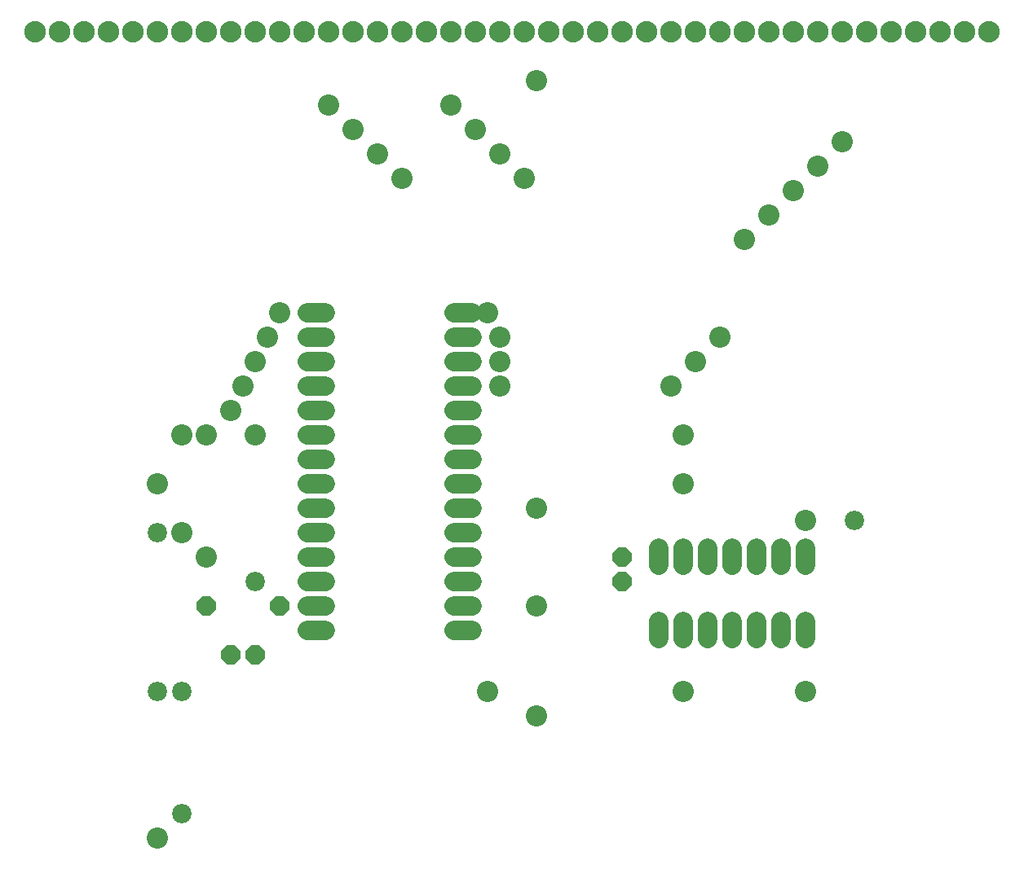
<source format=gbr>
G04 EAGLE Gerber RS-274X export*
G75*
%MOMM*%
%FSLAX34Y34*%
%LPD*%
%INSoldermask Bottom*%
%IPPOS*%
%AMOC8*
5,1,8,0,0,1.08239X$1,22.5*%
G01*
%ADD10P,2.199416X8X292.500000*%
%ADD11P,2.199416X8X22.500000*%
%ADD12C,2.032000*%
%ADD13C,2.235200*%
%ADD14C,2.203200*%
%ADD15C,2.019200*%


D10*
X635000Y330200D03*
X635000Y304800D03*
D11*
X228600Y228600D03*
X254000Y228600D03*
D12*
X460756Y254000D02*
X479044Y254000D01*
X479044Y279400D02*
X460756Y279400D01*
X460756Y304800D02*
X479044Y304800D01*
X479044Y330200D02*
X460756Y330200D01*
X460756Y355600D02*
X479044Y355600D01*
X479044Y381000D02*
X460756Y381000D01*
X460756Y406400D02*
X479044Y406400D01*
X479044Y431800D02*
X460756Y431800D01*
X460756Y457200D02*
X479044Y457200D01*
X479044Y482600D02*
X460756Y482600D01*
X460756Y508000D02*
X479044Y508000D01*
X479044Y533400D02*
X460756Y533400D01*
X460756Y558800D02*
X479044Y558800D01*
X479044Y584200D02*
X460756Y584200D01*
X326644Y584200D02*
X308356Y584200D01*
X308356Y558800D02*
X326644Y558800D01*
X326644Y533400D02*
X308356Y533400D01*
X308356Y508000D02*
X326644Y508000D01*
X326644Y482600D02*
X308356Y482600D01*
X308356Y457200D02*
X326644Y457200D01*
X326644Y431800D02*
X308356Y431800D01*
X308356Y406400D02*
X326644Y406400D01*
X326644Y381000D02*
X308356Y381000D01*
X308356Y355600D02*
X326644Y355600D01*
X326644Y330200D02*
X308356Y330200D01*
X308356Y304800D02*
X326644Y304800D01*
X326644Y279400D02*
X308356Y279400D01*
X308356Y254000D02*
X326644Y254000D01*
X673100Y244856D02*
X673100Y263144D01*
X698500Y263144D02*
X698500Y244856D01*
X825500Y244856D02*
X825500Y263144D01*
X825500Y321056D02*
X825500Y339344D01*
X723900Y263144D02*
X723900Y244856D01*
X749300Y244856D02*
X749300Y263144D01*
X800100Y263144D02*
X800100Y244856D01*
X774700Y244856D02*
X774700Y263144D01*
X800100Y321056D02*
X800100Y339344D01*
X774700Y339344D02*
X774700Y321056D01*
X749300Y321056D02*
X749300Y339344D01*
X723900Y339344D02*
X723900Y321056D01*
X698500Y321056D02*
X698500Y339344D01*
X673100Y339344D02*
X673100Y321056D01*
D13*
X25400Y876300D03*
X50800Y876300D03*
X76200Y876300D03*
X101600Y876300D03*
X127000Y876300D03*
X152400Y876300D03*
X177800Y876300D03*
X203200Y876300D03*
X228600Y876300D03*
X254000Y876300D03*
X279400Y876300D03*
X304800Y876300D03*
X330200Y876300D03*
X355600Y876300D03*
X381000Y876300D03*
X406400Y876300D03*
X431800Y876300D03*
X457200Y876300D03*
X482600Y876300D03*
X508000Y876300D03*
X533400Y876300D03*
X558800Y876300D03*
X584200Y876300D03*
X609600Y876300D03*
X635000Y876300D03*
X660400Y876300D03*
X685800Y876300D03*
X711200Y876300D03*
X736600Y876300D03*
X762000Y876300D03*
X787400Y876300D03*
X812800Y876300D03*
X838200Y876300D03*
X863600Y876300D03*
X889000Y876300D03*
X914400Y876300D03*
X939800Y876300D03*
X965200Y876300D03*
X990600Y876300D03*
X1016000Y876300D03*
D11*
X203200Y279400D03*
X279400Y279400D03*
D14*
X698500Y190500D03*
X825500Y190500D03*
X495300Y190500D03*
X495300Y584200D03*
X546100Y825500D03*
X546100Y381000D03*
X546100Y165100D03*
X546100Y279400D03*
X177800Y457200D03*
X177800Y355600D03*
X203200Y330200D03*
X203200Y457200D03*
X330200Y800100D03*
X457200Y800100D03*
X482600Y774700D03*
X355600Y774700D03*
X508000Y749300D03*
X381000Y749300D03*
X533400Y723900D03*
X406400Y723900D03*
X698500Y457200D03*
X698500Y406400D03*
X508000Y508000D03*
X685800Y508000D03*
X508000Y533400D03*
X711200Y533400D03*
X508000Y558800D03*
X736600Y558800D03*
X762000Y660400D03*
X279400Y584200D03*
X787400Y685800D03*
X266700Y558800D03*
X812800Y711200D03*
X254000Y533400D03*
X838200Y736600D03*
X241300Y508000D03*
X863600Y762000D03*
X228600Y482600D03*
X254000Y457200D03*
X825500Y368300D03*
D15*
X876300Y368300D03*
X177800Y63500D03*
X177800Y190500D03*
X254000Y304800D03*
D14*
X152400Y38100D03*
X152400Y406400D03*
D15*
X152400Y190500D03*
X152400Y355600D03*
M02*

</source>
